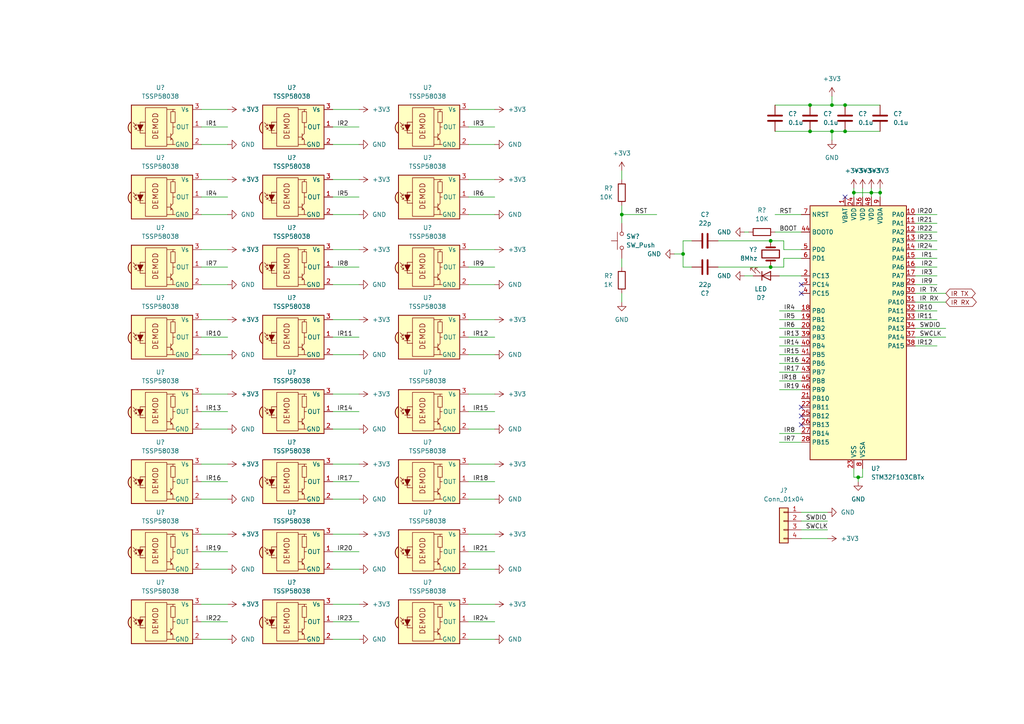
<source format=kicad_sch>
(kicad_sch (version 20230121) (generator eeschema)
  (paper "A4")
  (lib_symbols
    (symbol "Connector_Generic:Conn_01x04" (pin_names (offset 1.016) hide)
      (property "Reference" "J" (at 0 5.08 0))
      (property "Value" "Conn_01x04" (at 0 -7.62 0))
      (symbol "Conn_01x04_1_1"
        (rectangle (start -1.27 -4.953) (end 0 -5.207) (stroke (width 0.1524)))
        (rectangle (start -1.27 -2.413) (end 0 -2.667) (stroke (width 0.1524)))
        (rectangle (start -1.27 0.127) (end 0 -0.127) (stroke (width 0.1524)))
        (rectangle (start -1.27 2.667) (end 0 2.413) (stroke (width 0.1524)))
        (rectangle (start -1.27 3.81) (end 1.27 -6.35) (stroke (width 0.254)) (fill (type background)))
        (pin passive line (at -5.08 2.54 0) (length 3.81) (name "Pin_1") (number "1"))
        (pin passive line (at -5.08 0 0) (length 3.81) (name "Pin_2") (number "2"))
        (pin passive line (at -5.08 -2.54 0) (length 3.81) (name "Pin_3") (number "3"))
        (pin passive line (at -5.08 -5.08 0) (length 3.81) (name "Pin_4") (number "4"))
      )
    )
    (symbol "Device:C" (pin_numbers hide) (pin_names (offset 0.254))
      (property "Reference" "C" (at 0.635 2.54 0))
      (property "Value" "C" (at 0.635 -2.54 0))
      (symbol "C_0_1"
        (polyline (pts (xy -2.032 -0.762) (xy 2.032 -0.762)) (stroke (width 0.508)))
        (polyline (pts (xy -2.032 0.762) (xy 2.032 0.762)) (stroke (width 0.508)))
      )
      (symbol "C_1_1"
        (pin passive line (at 0 3.81 270) (length 2.794) (name "~") (number "1"))
        (pin passive line (at 0 -3.81 90) (length 2.794) (name "~") (number "2"))
      )
    )
    (symbol "Device:Crystal" (pin_numbers hide) (pin_names (offset 1.016) hide)
      (property "Reference" "Y" (at 0 3.81 0))
      (property "Value" "Crystal" (at 0 -3.81 0))
      (symbol "Crystal_0_1"
        (rectangle (start -1.143 2.54) (end 1.143 -2.54) (stroke (width 0.3048)))
        (polyline (pts (xy -2.54 0) (xy -1.905 0)))
        (polyline (pts (xy -1.905 -1.27) (xy -1.905 1.27)) (stroke (width 0.508)))
        (polyline (pts (xy 1.905 -1.27) (xy 1.905 1.27)) (stroke (width 0.508)))
        (polyline (pts (xy 2.54 0) (xy 1.905 0)))
      )
      (symbol "Crystal_1_1"
        (pin passive line (at -3.81 0 0) (length 1.27) (name "1") (number "1"))
        (pin passive line (at 3.81 0 180) (length 1.27) (name "2") (number "2"))
      )
    )
    (symbol "Device:LED" (pin_numbers hide) (pin_names (offset 1.016) hide)
      (property "Reference" "D" (at 0 2.54 0))
      (property "Value" "LED" (at 0 -2.54 0))
      (symbol "LED_0_1"
        (polyline (pts (xy -1.27 -1.27) (xy -1.27 1.27)) (stroke (width 0.254)))
        (polyline (pts (xy -1.27 0) (xy 1.27 0)))
        (polyline (pts (xy 1.27 -1.27) (xy 1.27 1.27) (xy -1.27 0) (xy 1.27 -1.27)) (stroke (width 0.254)))
        (polyline (pts (xy -3.048 -0.762) (xy -4.572 -2.286) (xy -3.81 -2.286) (xy -4.572 -2.286) (xy -4.572 -1.524)))
        (polyline (pts (xy -1.778 -0.762) (xy -3.302 -2.286) (xy -2.54 -2.286) (xy -3.302 -2.286) (xy -3.302 -1.524)))
      )
      (symbol "LED_1_1"
        (pin passive line (at -3.81 0 0) (length 2.54) (name "K") (number "1"))
        (pin passive line (at 3.81 0 180) (length 2.54) (name "A") (number "2"))
      )
    )
    (symbol "Device:R" (pin_numbers hide) (pin_names (offset 0))
      (property "Reference" "R" (at 2.032 0 90))
      (property "Value" "R" (at 0 0 90))
      (symbol "R_0_1"
        (rectangle (start -1.016 -2.54) (end 1.016 2.54) (stroke (width 0.254)))
      )
      (symbol "R_1_1"
        (pin passive line (at 0 3.81 270) (length 1.27) (name "~") (number "1"))
        (pin passive line (at 0 -3.81 90) (length 1.27) (name "~") (number "2"))
      )
    )
    (symbol "MCU_ST_STM32F1:STM32F103CBTx"
      (property "Reference" "U" (at -12.7 39.37 0))
      (property "Value" "STM32F103CBTx" (at 10.16 39.37 0))
      (symbol "STM32F103CBTx_0_1"
        (rectangle (start -12.7 -35.56) (end 15.24 38.1) (stroke (width 0.254)) (fill (type background)))
      )
      (symbol "STM32F103CBTx_1_1"
        (pin power_in line (at -2.54 40.64 270) (length 2.54) (name "VBAT") (number "1"))
        (pin bidirectional line (at 17.78 35.56 180) (length 2.54) (name "PA0") (number "10"))
        (pin bidirectional line (at 17.78 33.02 180) (length 2.54) (name "PA1") (number "11"))
        (pin bidirectional line (at 17.78 30.48 180) (length 2.54) (name "PA2") (number "12"))
        (pin bidirectional line (at 17.78 27.94 180) (length 2.54) (name "PA3") (number "13"))
        (pin bidirectional line (at 17.78 25.4 180) (length 2.54) (name "PA4") (number "14"))
        (pin bidirectional line (at 17.78 22.86 180) (length 2.54) (name "PA5") (number "15"))
        (pin bidirectional line (at 17.78 20.32 180) (length 2.54) (name "PA6") (number "16"))
        (pin bidirectional line (at 17.78 17.78 180) (length 2.54) (name "PA7") (number "17"))
        (pin bidirectional line (at -15.24 7.62 0) (length 2.54) (name "PB0") (number "18"))
        (pin bidirectional line (at -15.24 5.08 0) (length 2.54) (name "PB1") (number "19"))
        (pin bidirectional line (at -15.24 17.78 0) (length 2.54) (name "PC13") (number "2"))
        (pin bidirectional line (at -15.24 2.54 0) (length 2.54) (name "PB2") (number "20"))
        (pin bidirectional line (at -15.24 -17.78 0) (length 2.54) (name "PB10") (number "21"))
        (pin bidirectional line (at -15.24 -20.32 0) (length 2.54) (name "PB11") (number "22"))
        (pin power_in line (at 0 -38.1 90) (length 2.54) (name "VSS") (number "23"))
        (pin power_in line (at 0 40.64 270) (length 2.54) (name "VDD") (number "24"))
        (pin bidirectional line (at -15.24 -22.86 0) (length 2.54) (name "PB12") (number "25"))
        (pin bidirectional line (at -15.24 -25.4 0) (length 2.54) (name "PB13") (number "26"))
        (pin bidirectional line (at -15.24 -27.94 0) (length 2.54) (name "PB14") (number "27"))
        (pin bidirectional line (at -15.24 -30.48 0) (length 2.54) (name "PB15") (number "28"))
        (pin bidirectional line (at 17.78 15.24 180) (length 2.54) (name "PA8") (number "29"))
        (pin bidirectional line (at -15.24 15.24 0) (length 2.54) (name "PC14") (number "3"))
        (pin bidirectional line (at 17.78 12.7 180) (length 2.54) (name "PA9") (number "30"))
        (pin bidirectional line (at 17.78 10.16 180) (length 2.54) (name "PA10") (number "31"))
        (pin bidirectional line (at 17.78 7.62 180) (length 2.54) (name "PA11") (number "32"))
        (pin bidirectional line (at 17.78 5.08 180) (length 2.54) (name "PA12") (number "33"))
        (pin bidirectional line (at 17.78 2.54 180) (length 2.54) (name "PA13") (number "34"))
        (pin passive line (at 0 -38.1 90) (length 2.54) hide (name "VSS") (number "35"))
        (pin power_in line (at 2.54 40.64 270) (length 2.54) (name "VDD") (number "36"))
        (pin bidirectional line (at 17.78 0 180) (length 2.54) (name "PA14") (number "37"))
        (pin bidirectional line (at 17.78 -2.54 180) (length 2.54) (name "PA15") (number "38"))
        (pin bidirectional line (at -15.24 0 0) (length 2.54) (name "PB3") (number "39"))
        (pin bidirectional line (at -15.24 12.7 0) (length 2.54) (name "PC15") (number "4"))
        (pin bidirectional line (at -15.24 -2.54 0) (length 2.54) (name "PB4") (number "40"))
        (pin bidirectional line (at -15.24 -5.08 0) (length 2.54) (name "PB5") (number "41"))
        (pin bidirectional line (at -15.24 -7.62 0) (length 2.54) (name "PB6") (number "42"))
        (pin bidirectional line (at -15.24 -10.16 0) (length 2.54) (name "PB7") (number "43"))
        (pin input line (at -15.24 30.48 0) (length 2.54) (name "BOOT0") (number "44"))
        (pin bidirectional line (at -15.24 -12.7 0) (length 2.54) (name "PB8") (number "45"))
        (pin bidirectional line (at -15.24 -15.24 0) (length 2.54) (name "PB9") (number "46"))
        (pin passive line (at 0 -38.1 90) (length 2.54) hide (name "VSS") (number "47"))
        (pin power_in line (at 5.08 40.64 270) (length 2.54) (name "VDD") (number "48"))
        (pin bidirectional line (at -15.24 25.4 0) (length 2.54) (name "PD0") (number "5"))
        (pin bidirectional line (at -15.24 22.86 0) (length 2.54) (name "PD1") (number "6"))
        (pin input line (at -15.24 35.56 0) (length 2.54) (name "NRST") (number "7"))
        (pin power_in line (at 2.54 -38.1 90) (length 2.54) (name "VSSA") (number "8"))
        (pin power_in line (at 7.62 40.64 270) (length 2.54) (name "VDDA") (number "9"))
      )
    )
    (symbol "Sensor_Proximity:TSSP58038" (pin_names (offset 1.016))
      (property "Reference" "U" (at -10.16 7.62 0))
      (property "Value" "TSSP58038" (at -10.16 -7.62 0))
      (symbol "TSSP58038_0_0"
        (arc (start -10.287 1.397) (mid -11.0899 -0.1852) (end -10.287 -1.778) (stroke (width 0.254)) (fill (type background)))
        (polyline (pts (xy 1.905 -5.08) (xy 0.127 -5.08)))
        (polyline (pts (xy 1.905 5.08) (xy 0.127 5.08)))
        (text "DEMOD" (at -3.175 0.254 900) (effects (font (size 1.524 1.524))))
      )
      (symbol "TSSP58038_0_1"
        (rectangle (start -6.096 5.588) (end 0.127 -5.588))
        (polyline (pts (xy -8.763 0.381) (xy -9.652 1.27)))
        (polyline (pts (xy -8.763 0.381) (xy -9.271 0.381)))
        (polyline (pts (xy -8.763 0.381) (xy -8.763 0.889)))
        (polyline (pts (xy -8.636 -0.635) (xy -9.525 0.254)))
        (polyline (pts (xy -8.636 -0.635) (xy -9.144 -0.635)))
        (polyline (pts (xy -8.636 -0.635) (xy -8.636 -0.127)))
        (polyline (pts (xy -8.382 -1.016) (xy -6.731 -1.016)))
        (polyline (pts (xy 1.27 -2.921) (xy 0.127 -2.921)))
        (polyline (pts (xy 1.27 -1.905) (xy 1.27 -3.81)))
        (polyline (pts (xy 1.397 -3.556) (xy 1.524 -3.556)))
        (polyline (pts (xy 1.651 -3.556) (xy 1.524 -3.556)))
        (polyline (pts (xy 1.651 -3.556) (xy 1.651 -3.302)))
        (polyline (pts (xy 1.905 0) (xy 1.905 1.27)))
        (polyline (pts (xy 1.905 4.445) (xy 1.905 5.08) (xy 2.54 5.08)))
        (polyline (pts (xy -8.382 0.635) (xy -6.731 0.635) (xy -7.62 -1.016) (xy -8.382 0.635)) (fill (type outline)))
        (polyline (pts (xy -6.096 1.397) (xy -7.62 1.397) (xy -7.62 -1.778) (xy -6.096 -1.778)))
        (polyline (pts (xy 1.27 -3.175) (xy 1.905 -3.81) (xy 1.905 -5.08) (xy 2.54 -5.08)))
        (polyline (pts (xy 1.27 -2.54) (xy 1.905 -1.905) (xy 1.905 0) (xy 2.54 0)))
        (rectangle (start 2.54 1.27) (end 1.27 4.445))
        (rectangle (start 7.62 6.35) (end -10.16 -6.35) (stroke (width 0.254)) (fill (type background)))
      )
      (symbol "TSSP58038_1_1"
        (pin output line (at 10.16 0 180) (length 2.54) (name "OUT") (number "1"))
        (pin power_in line (at 10.16 -5.08 180) (length 2.54) (name "GND") (number "2"))
        (pin power_in line (at 10.16 5.08 180) (length 2.54) (name "Vs") (number "3"))
      )
    )
    (symbol "Switch:SW_Push" (pin_numbers hide) (pin_names (offset 1.016) hide)
      (property "Reference" "SW" (at 1.27 2.54 0))
      (property "Value" "SW_Push" (at 0 -1.524 0))
      (symbol "SW_Push_0_1"
        (circle (center -2.032 0) (radius 0.508))
        (polyline (pts (xy 0 1.27) (xy 0 3.048)))
        (polyline (pts (xy 2.54 1.27) (xy -2.54 1.27)))
        (circle (center 2.032 0) (radius 0.508))
        (pin passive line (at -5.08 0 0) (length 2.54) (name "1") (number "1"))
        (pin passive line (at 5.08 0 180) (length 2.54) (name "2") (number "2"))
      )
    )
    (symbol "power:+3V3" (power) (pin_names (offset 0))
      (property "Value" "+3V3" (at 0 3.556 0))
      (symbol "+3V3_0_1"
        (polyline (pts (xy -0.762 1.27) (xy 0 2.54)))
        (polyline (pts (xy 0 0) (xy 0 2.54)))
        (polyline (pts (xy 0 2.54) (xy 0.762 1.27)))
      )
      (symbol "+3V3_1_1"
        (pin power_in line (at 0 0 90) (length 0) hide (name "+3V3") (number "1"))
      )
    )
    (symbol "power:GND" (power) (pin_names (offset 0))
      (property "Value" "GND" (at 0 -3.81 0))
      (symbol "GND_0_1"
        (polyline (pts (xy 0 0) (xy 0 -1.27) (xy 1.27 -1.27) (xy 0 -2.54) (xy -1.27 -1.27) (xy 0 -1.27)))
      )
      (symbol "GND_1_1"
        (pin power_in line (at 0 0 270) (length 0) hide (name "GND") (number "1"))
      )
    )
  )
  (junction (at 234.95 30.48))
  (junction (at 252.73 55.88))
  (junction (at 198.12 73.66))
  (junction (at 180.34 62.23))
  (junction (at 234.95 38.1))
  (junction (at 223.52 77.47))
  (junction (at 245.11 30.48))
  (junction (at 241.3 30.48))
  (junction (at 247.65 55.88))
  (junction (at 241.3 38.1))
  (junction (at 245.11 38.1))
  (junction (at 223.52 69.85))
  (junction (at 255.27 55.88))
  (junction (at 248.92 138.43))
  (no_connect (at 232.41 120.65))
  (no_connect (at 232.41 118.11))
  (no_connect (at 232.41 85.09))
  (no_connect (at 232.41 123.19))
  (no_connect (at 245.11 57.15))
  (no_connect (at 232.41 82.55))
  (wire (pts (xy 58.42 57.15) (xy 66.04 57.15)))
  (wire (pts (xy 96.52 134.62) (xy 104.14 134.62)))
  (wire (pts (xy 135.89 144.78) (xy 143.51 144.78)))
  (wire (pts (xy 58.42 144.78) (xy 66.04 144.78)))
  (wire (pts (xy 96.52 114.3) (xy 104.14 114.3)))
  (wire (pts (xy 226.06 92.71) (xy 232.41 92.71)))
  (wire (pts (xy 226.06 102.87) (xy 232.41 102.87)))
  (wire (pts (xy 96.52 77.47) (xy 104.14 77.47)))
  (wire (pts (xy 135.89 57.15) (xy 143.51 57.15)))
  (wire (pts (xy 96.52 41.91) (xy 104.14 41.91)))
  (wire (pts (xy 234.95 30.48) (xy 241.3 30.48)))
  (wire (pts (xy 265.43 64.77) (xy 271.78 64.77)))
  (wire (pts (xy 232.41 110.49) (xy 226.06 110.49)))
  (wire (pts (xy 96.52 36.83) (xy 104.14 36.83)))
  (wire (pts (xy 58.42 41.91) (xy 66.04 41.91)))
  (wire (pts (xy 96.52 119.38) (xy 104.14 119.38)))
  (wire (pts (xy 208.28 69.85) (xy 223.52 69.85)))
  (wire (pts (xy 241.3 30.48) (xy 245.11 30.48)))
  (wire (pts (xy 248.92 138.43) (xy 248.92 139.7)))
  (wire (pts (xy 227.33 69.85) (xy 227.33 72.39)))
  (wire (pts (xy 96.52 97.79) (xy 104.14 97.79)))
  (wire (pts (xy 180.34 62.23) (xy 180.34 64.77)))
  (wire (pts (xy 96.52 52.07) (xy 104.14 52.07)))
  (wire (pts (xy 226.06 95.25) (xy 232.41 95.25)))
  (wire (pts (xy 247.65 55.88) (xy 252.73 55.88)))
  (wire (pts (xy 265.43 87.63) (xy 274.32 87.63)))
  (wire (pts (xy 208.28 77.47) (xy 223.52 77.47)))
  (wire (pts (xy 58.42 185.42) (xy 66.04 185.42)))
  (wire (pts (xy 135.89 165.1) (xy 143.51 165.1)))
  (wire (pts (xy 248.92 138.43) (xy 250.19 138.43)))
  (wire (pts (xy 96.52 139.7) (xy 104.14 139.7)))
  (wire (pts (xy 135.89 154.94) (xy 143.51 154.94)))
  (wire (pts (xy 226.06 105.41) (xy 232.41 105.41)))
  (wire (pts (xy 135.89 72.39) (xy 143.51 72.39)))
  (wire (pts (xy 217.17 67.31) (xy 215.9 67.31)))
  (wire (pts (xy 58.42 102.87) (xy 66.04 102.87)))
  (wire (pts (xy 135.89 119.38) (xy 143.51 119.38)))
  (wire (pts (xy 58.42 119.38) (xy 66.04 119.38)))
  (wire (pts (xy 135.89 180.34) (xy 143.51 180.34)))
  (wire (pts (xy 58.42 92.71) (xy 66.04 92.71)))
  (wire (pts (xy 58.42 62.23) (xy 66.04 62.23)))
  (wire (pts (xy 135.89 102.87) (xy 143.51 102.87)))
  (wire (pts (xy 250.19 138.43) (xy 250.19 135.89)))
  (wire (pts (xy 58.42 114.3) (xy 66.04 114.3)))
  (wire (pts (xy 271.78 80.01) (xy 265.43 80.01)))
  (wire (pts (xy 226.06 100.33) (xy 232.41 100.33)))
  (wire (pts (xy 195.58 73.66) (xy 198.12 73.66)))
  (wire (pts (xy 135.89 92.71) (xy 143.51 92.71)))
  (wire (pts (xy 271.78 74.93) (xy 265.43 74.93)))
  (wire (pts (xy 135.89 185.42) (xy 143.51 185.42)))
  (wire (pts (xy 135.89 139.7) (xy 143.51 139.7)))
  (wire (pts (xy 241.3 38.1) (xy 241.3 40.64)))
  (wire (pts (xy 271.78 69.85) (xy 265.43 69.85)))
  (wire (pts (xy 226.06 128.27) (xy 232.41 128.27)))
  (wire (pts (xy 96.52 62.23) (xy 104.14 62.23)))
  (wire (pts (xy 223.52 77.47) (xy 227.33 77.47)))
  (wire (pts (xy 58.42 139.7) (xy 66.04 139.7)))
  (wire (pts (xy 227.33 77.47) (xy 227.33 74.93)))
  (wire (pts (xy 96.52 82.55) (xy 104.14 82.55)))
  (wire (pts (xy 252.73 55.88) (xy 255.27 55.88)))
  (wire (pts (xy 135.89 36.83) (xy 143.51 36.83)))
  (wire (pts (xy 247.65 135.89) (xy 247.65 138.43)))
  (wire (pts (xy 96.52 185.42) (xy 104.14 185.42)))
  (wire (pts (xy 255.27 55.88) (xy 255.27 57.15)))
  (wire (pts (xy 58.42 72.39) (xy 66.04 72.39)))
  (wire (pts (xy 271.78 62.23) (xy 265.43 62.23)))
  (wire (pts (xy 232.41 148.59) (xy 240.03 148.59)))
  (wire (pts (xy 265.43 95.25) (xy 274.32 95.25)))
  (wire (pts (xy 215.9 80.01) (xy 218.44 80.01)))
  (wire (pts (xy 226.06 97.79) (xy 232.41 97.79)))
  (wire (pts (xy 252.73 54.61) (xy 252.73 55.88)))
  (wire (pts (xy 224.79 38.1) (xy 234.95 38.1)))
  (wire (pts (xy 247.65 55.88) (xy 247.65 57.15)))
  (wire (pts (xy 227.33 74.93) (xy 232.41 74.93)))
  (wire (pts (xy 135.89 134.62) (xy 143.51 134.62)))
  (wire (pts (xy 58.42 134.62) (xy 66.04 134.62)))
  (wire (pts (xy 200.66 69.85) (xy 198.12 69.85)))
  (wire (pts (xy 271.78 92.71) (xy 265.43 92.71)))
  (wire (pts (xy 224.79 62.23) (xy 232.41 62.23)))
  (wire (pts (xy 255.27 54.61) (xy 255.27 55.88)))
  (wire (pts (xy 198.12 77.47) (xy 200.66 77.47)))
  (wire (pts (xy 180.34 62.23) (xy 190.5 62.23)))
  (wire (pts (xy 245.11 30.48) (xy 255.27 30.48)))
  (wire (pts (xy 135.89 175.26) (xy 143.51 175.26)))
  (wire (pts (xy 135.89 41.91) (xy 143.51 41.91)))
  (wire (pts (xy 271.78 90.17) (xy 265.43 90.17)))
  (wire (pts (xy 135.89 124.46) (xy 143.51 124.46)))
  (wire (pts (xy 96.52 57.15) (xy 104.14 57.15)))
  (wire (pts (xy 241.3 27.94) (xy 241.3 30.48)))
  (wire (pts (xy 223.52 69.85) (xy 227.33 69.85)))
  (wire (pts (xy 58.42 165.1) (xy 66.04 165.1)))
  (wire (pts (xy 271.78 67.31) (xy 265.43 67.31)))
  (wire (pts (xy 180.34 85.09) (xy 180.34 87.63)))
  (wire (pts (xy 232.41 151.13) (xy 240.03 151.13)))
  (wire (pts (xy 135.89 62.23) (xy 143.51 62.23)))
  (wire (pts (xy 135.89 82.55) (xy 143.51 82.55)))
  (wire (pts (xy 198.12 69.85) (xy 198.12 73.66)))
  (wire (pts (xy 58.42 124.46) (xy 66.04 124.46)))
  (wire (pts (xy 241.3 38.1) (xy 245.11 38.1)))
  (wire (pts (xy 96.52 124.46) (xy 104.14 124.46)))
  (wire (pts (xy 265.43 85.09) (xy 274.32 85.09)))
  (wire (pts (xy 227.33 72.39) (xy 232.41 72.39)))
  (wire (pts (xy 252.73 55.88) (xy 252.73 57.15)))
  (wire (pts (xy 96.52 165.1) (xy 104.14 165.1)))
  (wire (pts (xy 96.52 102.87) (xy 104.14 102.87)))
  (wire (pts (xy 135.89 160.02) (xy 143.51 160.02)))
  (wire (pts (xy 245.11 38.1) (xy 255.27 38.1)))
  (wire (pts (xy 96.52 92.71) (xy 104.14 92.71)))
  (wire (pts (xy 58.42 160.02) (xy 66.04 160.02)))
  (wire (pts (xy 232.41 156.21) (xy 240.03 156.21)))
  (wire (pts (xy 180.34 49.53) (xy 180.34 52.07)))
  (wire (pts (xy 58.42 36.83) (xy 66.04 36.83)))
  (wire (pts (xy 135.89 97.79) (xy 143.51 97.79)))
  (wire (pts (xy 58.42 97.79) (xy 66.04 97.79)))
  (wire (pts (xy 180.34 77.47) (xy 180.34 74.93)))
  (wire (pts (xy 58.42 175.26) (xy 66.04 175.26)))
  (wire (pts (xy 271.78 77.47) (xy 265.43 77.47)))
  (wire (pts (xy 58.42 52.07) (xy 66.04 52.07)))
  (wire (pts (xy 58.42 82.55) (xy 66.04 82.55)))
  (wire (pts (xy 96.52 180.34) (xy 104.14 180.34)))
  (wire (pts (xy 58.42 180.34) (xy 66.04 180.34)))
  (wire (pts (xy 271.78 100.33) (xy 265.43 100.33)))
  (wire (pts (xy 226.06 125.73) (xy 232.41 125.73)))
  (wire (pts (xy 226.06 80.01) (xy 232.41 80.01)))
  (wire (pts (xy 96.52 31.75) (xy 104.14 31.75)))
  (wire (pts (xy 96.52 72.39) (xy 104.14 72.39)))
  (wire (pts (xy 198.12 73.66) (xy 198.12 77.47)))
  (wire (pts (xy 224.79 67.31) (xy 232.41 67.31)))
  (wire (pts (xy 226.06 90.17) (xy 232.41 90.17)))
  (wire (pts (xy 58.42 31.75) (xy 66.04 31.75)))
  (wire (pts (xy 232.41 153.67) (xy 240.03 153.67)))
  (wire (pts (xy 135.89 31.75) (xy 143.51 31.75)))
  (wire (pts (xy 271.78 82.55) (xy 265.43 82.55)))
  (wire (pts (xy 58.42 154.94) (xy 66.04 154.94)))
  (wire (pts (xy 265.43 97.79) (xy 274.32 97.79)))
  (wire (pts (xy 247.65 138.43) (xy 248.92 138.43)))
  (wire (pts (xy 226.06 113.03) (xy 232.41 113.03)))
  (wire (pts (xy 135.89 52.07) (xy 143.51 52.07)))
  (wire (pts (xy 247.65 54.61) (xy 247.65 55.88)))
  (wire (pts (xy 271.78 72.39) (xy 265.43 72.39)))
  (wire (pts (xy 250.19 54.61) (xy 250.19 57.15)))
  (wire (pts (xy 135.89 114.3) (xy 143.51 114.3)))
  (wire (pts (xy 224.79 30.48) (xy 234.95 30.48)))
  (wire (pts (xy 135.89 77.47) (xy 143.51 77.47)))
  (wire (pts (xy 96.52 144.78) (xy 104.14 144.78)))
  (wire (pts (xy 96.52 160.02) (xy 104.14 160.02)))
  (wire (pts (xy 58.42 77.47) (xy 66.04 77.47)))
  (wire (pts (xy 180.34 59.69) (xy 180.34 62.23)))
  (wire (pts (xy 96.52 175.26) (xy 104.14 175.26)))
  (wire (pts (xy 234.95 38.1) (xy 241.3 38.1)))
  (wire (pts (xy 96.52 154.94) (xy 104.14 154.94)))
  (wire (pts (xy 226.06 107.95) (xy 232.41 107.95)))
  (label "IR10" (at 270.51 90.17 180))
  (label "SWDIO" (at 233.68 151.13 0))
  (label "IR15" (at 227.33 102.87 0))
  (label "IR4" (at 59.69 57.15 0))
  (label "BOOT" (at 226.06 67.31 0))
  (label "IR8" (at 227.33 125.73 0))
  (label "IR17" (at 97.79 139.7 0))
  (label "IR5" (at 227.33 92.71 0))
  (label "IR24" (at 270.51 72.39 180))
  (label "IR8" (at 97.79 77.47 0))
  (label "IR RX" (at 266.7 87.63 0))
  (label "IR10" (at 59.69 97.79 0))
  (label "IR3" (at 137.16 36.83 0))
  (label "IR9" (at 270.51 82.55 180))
  (label "RST" (at 226.06 62.23 0))
  (label "IR18" (at 231.14 110.49 180))
  (label "IR6" (at 137.16 57.15 0))
  (label "IR20" (at 97.79 160.02 0))
  (label "IR20" (at 270.51 62.23 180))
  (label "IR17" (at 227.33 107.95 0))
  (label "IR6" (at 227.33 95.25 0))
  (label "IR15" (at 137.16 119.38 0))
  (label "IR24" (at 137.16 180.34 0))
  (label "IR2" (at 97.79 36.83 0))
  (label "IR18" (at 137.16 139.7 0))
  (label "IR21" (at 270.51 64.77 180))
  (label "IR23" (at 270.51 69.85 180))
  (label "SWCLK" (at 233.68 153.67 0))
  (label "IR3" (at 270.51 80.01 180))
  (label "SWCLK" (at 266.7 97.79 0))
  (label "SWDIO" (at 266.7 95.25 0))
  (label "IR13" (at 59.69 119.38 0))
  (label "IR19" (at 227.33 113.03 0))
  (label "IR11" (at 97.79 97.79 0))
  (label "IR9" (at 137.16 77.47 0))
  (label "IR2" (at 270.51 77.47 180))
  (label "RST" (at 184.15 62.23 0))
  (label "IR14" (at 97.79 119.38 0))
  (label "IR7" (at 59.69 77.47 0))
  (label "IR19" (at 59.69 160.02 0))
  (label "IR1" (at 59.69 36.83 0))
  (label "IR21" (at 137.16 160.02 0))
  (label "IR TX" (at 266.7 85.09 0))
  (label "IR5" (at 97.79 57.15 0))
  (label "IR16" (at 227.33 105.41 0))
  (label "IR12" (at 270.51 100.33 180))
  (label "IR4" (at 227.33 90.17 0))
  (label "IR14" (at 227.33 100.33 0))
  (label "IR23" (at 97.79 180.34 0))
  (label "IR22" (at 59.69 180.34 0))
  (label "IR12" (at 137.16 97.79 0))
  (label "IR13" (at 227.33 97.79 0))
  (label "IR11" (at 270.51 92.71 180))
  (label "IR1" (at 270.51 74.93 180))
  (label "IR16" (at 59.69 139.7 0))
  (label "IR7" (at 227.33 128.27 0))
  (label "IR22" (at 270.51 67.31 180))
  (global_label "IR TX" (shape bidirectional) (at 274.32 85.09 0) (property "Intersheetrefs" "${INTERSHEET_REFS}" (effects hide)))
  (global_label "IR RX" (shape bidirectional) (at 274.32 87.63 0) (property "Intersheetrefs" "${INTERSHEET_REFS}" (effects hide)))
  (symbol (lib_id "Device:C") (at 204.47 69.85 270) (unit 1)
    (property "Reference" "C?" (at 204.47 62.23 90))
    (property "Value" "22p" (at 204.47 64.77 90))
    (property "Footprint" "footprints:cap0603" (effects hide))
    (instances (project "temp" (path "" (reference "C?") (unit 1))) (project "2024l3" (path "" (reference "C5") (unit 1))))
  )
  (symbol (lib_id "power:GND") (at 104.14 185.42 90) (unit 1)
    (property "Reference" "#PWR?" (effects hide))
    (property "Value" "GND" (at 107.95 185.42 90) (effects (justify right)))
    (instances (project "temp" (path "" (reference "#PWR?") (unit 1))) (project "2024l3" (path "" (reference "#PWR0145") (unit 1))))
  )
  (symbol (lib_id "Sensor_Proximity:TSSP58038") (at 48.26 77.47 0) (unit 1)
    (property "Reference" "U?" (at 46.525 66.04 0))
    (property "Value" "TSSP58038" (at 46.525 68.58 0))
    (property "Footprint" "footprints:Vishay_MINICAST-3P" (effects hide))
    (property "Datasheet" "http://www.vishay.com/docs/82476/tssp58p38.pdf" (effects hide))
    (instances (project "temp" (path "" (reference "U?") (unit 1))) (project "2024l3" (path "" (reference "U10") (unit 1))))
  )
  (symbol (lib_id "Sensor_Proximity:TSSP58038") (at 86.36 180.34 0) (unit 1)
    (property "Reference" "U?" (at 84.625 168.91 0))
    (property "Value" "TSSP58038" (at 84.625 171.45 0))
    (property "Footprint" "footprints:Vishay_MINICAST-3P" (effects hide))
    (property "Datasheet" "http://www.vishay.com/docs/82476/tssp58p38.pdf" (effects hide))
    (instances (project "temp" (path "" (reference "U?") (unit 1))) (project "2024l3" (path "" (reference "U26") (unit 1))))
  )
  (symbol (lib_id "Sensor_Proximity:TSSP58038") (at 86.36 119.38 0) (unit 1)
    (property "Reference" "U?" (at 84.625 107.95 0))
    (property "Value" "TSSP58038" (at 84.625 110.49 0))
    (property "Footprint" "footprints:Vishay_MINICAST-3P" (effects hide))
    (property "Datasheet" "http://www.vishay.com/docs/82476/tssp58p38.pdf" (effects hide))
    (instances (project "temp" (path "" (reference "U?") (unit 1))) (project "2024l3" (path "" (reference "U17") (unit 1))))
  )
  (symbol (lib_id "Sensor_Proximity:TSSP58038") (at 86.36 36.83 0) (unit 1)
    (property "Reference" "U?" (at 84.625 25.4 0))
    (property "Value" "TSSP58038" (at 84.625 27.94 0))
    (property "Footprint" "footprints:Vishay_MINICAST-3P" (effects hide))
    (property "Datasheet" "http://www.vishay.com/docs/82476/tssp58p38.pdf" (effects hide))
    (instances (project "temp" (path "" (reference "U?") (unit 1))) (project "2024l3" (path "" (reference "U5") (unit 1))))
  )
  (symbol (lib_id "power:GND") (at 104.14 144.78 90) (unit 1)
    (property "Reference" "#PWR?" (effects hide))
    (property "Value" "GND" (at 107.95 144.78 90) (effects (justify right)))
    (instances (project "temp" (path "" (reference "#PWR?") (unit 1))) (project "2024l3" (path "" (reference "#PWR0150") (unit 1))))
  )
  (symbol (lib_id "Sensor_Proximity:TSSP58038") (at 125.73 77.47 0) (unit 1)
    (property "Reference" "U?" (at 123.995 66.04 0))
    (property "Value" "TSSP58038" (at 123.995 68.58 0))
    (property "Footprint" "footprints:Vishay_MINICAST-3P" (effects hide))
    (property "Datasheet" "http://www.vishay.com/docs/82476/tssp58p38.pdf" (effects hide))
    (instances (project "temp" (path "" (reference "U?") (unit 1))) (project "2024l3" (path "" (reference "U12") (unit 1))))
  )
  (symbol (lib_id "Sensor_Proximity:TSSP58038") (at 48.26 160.02 0) (unit 1)
    (property "Reference" "U?" (at 46.525 148.59 0))
    (property "Value" "TSSP58038" (at 46.525 151.13 0))
    (property "Footprint" "footprints:Vishay_MINICAST-3P" (effects hide))
    (property "Datasheet" "http://www.vishay.com/docs/82476/tssp58p38.pdf" (effects hide))
    (instances (project "temp" (path "" (reference "U?") (unit 1))) (project "2024l3" (path "" (reference "U22") (unit 1))))
  )
  (symbol (lib_id "Device:R") (at 180.34 81.28 0) (mirror y) (unit 1)
    (property "Reference" "R?" (at 177.8 80.01 0) (effects (justify left)))
    (property "Value" "1K" (at 177.8 82.55 0) (effects (justify left)))
    (property "Footprint" "footprints:res0603" (effects hide))
    (instances (project "temp" (path "" (reference "R?") (unit 1))) (project "2024l3" (path "" (reference "R5") (unit 1))))
  )
  (symbol (lib_id "power:+3V3") (at 104.14 114.3 270) (unit 1)
    (property "Reference" "#PWR0156" (effects hide))
    (property "Value" "+3V3" (at 107.95 114.3 90) (effects (justify left)))
  )
  (symbol (lib_id "power:GND") (at 143.51 82.55 90) (unit 1)
    (property "Reference" "#PWR?" (effects hide))
    (property "Value" "GND" (at 147.32 82.55 90) (effects (justify right)))
    (instances (project "temp" (path "" (reference "#PWR?") (unit 1))) (project "2024l3" (path "" (reference "#PWR0124") (unit 1))))
  )
  (symbol (lib_id "Sensor_Proximity:TSSP58038") (at 86.36 160.02 0) (unit 1)
    (property "Reference" "U?" (at 84.625 148.59 0))
    (property "Value" "TSSP58038" (at 84.625 151.13 0))
    (property "Footprint" "footprints:Vishay_MINICAST-3P" (effects hide))
    (property "Datasheet" "http://www.vishay.com/docs/82476/tssp58p38.pdf" (effects hide))
    (instances (project "temp" (path "" (reference "U?") (unit 1))) (project "2024l3" (path "" (reference "U23") (unit 1))))
  )
  (symbol (lib_id "Sensor_Proximity:TSSP58038") (at 125.73 160.02 0) (unit 1)
    (property "Reference" "U?" (at 123.995 148.59 0))
    (property "Value" "TSSP58038" (at 123.995 151.13 0))
    (property "Footprint" "footprints:Vishay_MINICAST-3P" (effects hide))
    (property "Datasheet" "http://www.vishay.com/docs/82476/tssp58p38.pdf" (effects hide))
    (instances (project "temp" (path "" (reference "U?") (unit 1))) (project "2024l3" (path "" (reference "U24") (unit 1))))
  )
  (symbol (lib_id "power:+3V3") (at 252.73 54.61 0) (unit 1)
    (property "Reference" "#PWR?" (effects hide))
    (property "Value" "+3V3" (at 252.73 49.53 0))
    (instances (project "temp" (path "" (reference "#PWR?") (unit 1))) (project "2024l3" (path "" (reference "#PWR0178") (unit 1))))
  )
  (symbol (lib_id "power:GND") (at 143.51 144.78 90) (unit 1)
    (property "Reference" "#PWR?" (effects hide))
    (property "Value" "GND" (at 147.32 144.78 90) (effects (justify right)))
    (instances (project "temp" (path "" (reference "#PWR?") (unit 1))) (project "2024l3" (path "" (reference "#PWR0148") (unit 1))))
  )
  (symbol (lib_id "power:GND") (at 104.14 41.91 90) (unit 1)
    (property "Reference" "#PWR?" (effects hide))
    (property "Value" "GND" (at 107.95 41.91 90) (effects (justify right)))
    (instances (project "temp" (path "" (reference "#PWR?") (unit 1))) (project "2024l3" (path "" (reference "#PWR0125") (unit 1))))
  )
  (symbol (lib_id "Device:C") (at 204.47 77.47 270) (mirror x) (unit 1)
    (property "Reference" "C?" (at 204.47 85.09 90))
    (property "Value" "22p" (at 204.47 82.55 90))
    (property "Footprint" "footprints:cap0603" (effects hide))
    (instances (project "temp" (path "" (reference "C?") (unit 1))) (project "2024l3" (path "" (reference "C6") (unit 1))))
  )
  (symbol (lib_id "power:+3V3") (at 143.51 52.07 270) (unit 1)
    (property "Reference" "#PWR0130" (effects hide))
    (property "Value" "+3V3" (at 147.32 52.07 90) (effects (justify left)))
  )
  (symbol (lib_id "Device:C") (at 234.95 34.29 0) (unit 1)
    (property "Reference" "C?" (at 238.76 33.02 0) (effects (justify left)))
    (property "Value" "0.1u" (at 238.76 35.56 0) (effects (justify left)))
    (property "Footprint" "footprints:cap0603" (effects hide))
    (instances (project "temp" (path "" (reference "C?") (unit 1))) (project "2024l3" (path "" (reference "C2") (unit 1))))
  )
  (symbol (lib_id "Sensor_Proximity:TSSP58038") (at 48.26 57.15 0) (unit 1)
    (property "Reference" "U?" (at 46.525 45.72 0))
    (property "Value" "TSSP58038" (at 46.525 48.26 0))
    (property "Footprint" "footprints:Vishay_MINICAST-3P" (effects hide))
    (property "Datasheet" "http://www.vishay.com/docs/82476/tssp58p38.pdf" (effects hide))
    (instances (project "temp" (path "" (reference "U?") (unit 1))) (project "2024l3" (path "" (reference "U7") (unit 1))))
  )
  (symbol (lib_id "power:GND") (at 143.51 62.23 90) (unit 1)
    (property "Reference" "#PWR?" (effects hide))
    (property "Value" "GND" (at 147.32 62.23 90) (effects (justify right)))
    (instances (project "temp" (path "" (reference "#PWR?") (unit 1))) (project "2024l3" (path "" (reference "#PWR0121") (unit 1))))
  )
  (symbol (lib_id "power:GND") (at 195.58 73.66 270) (unit 1)
    (property "Reference" "#PWR?" (effects hide))
    (property "Value" "GND" (at 191.77 73.66 90) (effects (justify right)))
    (instances (project "temp" (path "" (reference "#PWR?") (unit 1))) (project "2024l3" (path "" (reference "#PWR0168") (unit 1))))
  )
  (symbol (lib_id "power:+3V3") (at 104.14 154.94 270) (unit 1)
    (property "Reference" "#PWR0146" (effects hide))
    (property "Value" "+3V3" (at 107.95 154.94 90) (effects (justify left)))
  )
  (symbol (lib_id "power:+3V3") (at 143.51 114.3 270) (unit 1)
    (property "Reference" "#PWR0153" (effects hide))
    (property "Value" "+3V3" (at 147.32 114.3 90) (effects (justify left)))
  )
  (symbol (lib_id "power:+3V3") (at 66.04 134.62 270) (unit 1)
    (property "Reference" "#PWR0139" (effects hide))
    (property "Value" "+3V3" (at 69.85 134.62 90) (effects (justify left)))
  )
  (symbol (lib_id "Sensor_Proximity:TSSP58038") (at 86.36 139.7 0) (unit 1)
    (property "Reference" "U?" (at 84.625 128.27 0))
    (property "Value" "TSSP58038" (at 84.625 130.81 0))
    (property "Footprint" "footprints:Vishay_MINICAST-3P" (effects hide))
    (property "Datasheet" "http://www.vishay.com/docs/82476/tssp58p38.pdf" (effects hide))
    (instances (project "temp" (path "" (reference "U?") (unit 1))) (project "2024l3" (path "" (reference "U20") (unit 1))))
  )
  (symbol (lib_id "power:+3V3") (at 66.04 175.26 270) (unit 1)
    (property "Reference" "#PWR0133" (effects hide))
    (property "Value" "+3V3" (at 69.85 175.26 90) (effects (justify left)))
  )
  (symbol (lib_id "power:GND") (at 66.04 62.23 90) (unit 1)
    (property "Reference" "#PWR?" (effects hide))
    (property "Value" "GND" (at 69.85 62.23 90) (effects (justify right)))
    (instances (project "temp" (path "" (reference "#PWR?") (unit 1))) (project "2024l3" (path "" (reference "#PWR0162") (unit 1))))
  )
  (symbol (lib_id "power:GND") (at 104.14 102.87 90) (unit 1)
    (property "Reference" "#PWR?" (effects hide))
    (property "Value" "GND" (at 107.95 102.87 90) (effects (justify right)))
    (instances (project "temp" (path "" (reference "#PWR?") (unit 1))) (project "2024l3" (path "" (reference "#PWR0157") (unit 1))))
  )
  (symbol (lib_id "power:+3V3") (at 241.3 27.94 0) (unit 1)
    (property "Reference" "#PWR?" (effects hide))
    (property "Value" "+3V3" (at 241.3 22.86 0))
    (instances (project "temp" (path "" (reference "#PWR?") (unit 1))) (project "2024l3" (path "" (reference "#PWR0180") (unit 1))))
  )
  (symbol (lib_id "Sensor_Proximity:TSSP58038") (at 48.26 180.34 0) (unit 1)
    (property "Reference" "U?" (at 46.525 168.91 0))
    (property "Value" "TSSP58038" (at 46.525 171.45 0))
    (property "Footprint" "footprints:Vishay_MINICAST-3P" (effects hide))
    (property "Datasheet" "http://www.vishay.com/docs/82476/tssp58p38.pdf" (effects hide))
    (instances (project "temp" (path "" (reference "U?") (unit 1))) (project "2024l3" (path "" (reference "U25") (unit 1))))
  )
  (symbol (lib_id "power:+3V3") (at 66.04 31.75 270) (unit 1)
    (property "Reference" "#PWR0160" (effects hide))
    (property "Value" "+3V3" (at 69.85 31.75 90) (effects (justify left)))
  )
  (symbol (lib_id "power:+3V3") (at 66.04 154.94 270) (unit 1)
    (property "Reference" "#PWR0135" (effects hide))
    (property "Value" "+3V3" (at 69.85 154.94 90) (effects (justify left)))
  )
  (symbol (lib_id "Sensor_Proximity:TSSP58038") (at 48.26 119.38 0) (unit 1)
    (property "Reference" "U?" (at 46.525 107.95 0))
    (property "Value" "TSSP58038" (at 46.525 110.49 0))
    (property "Footprint" "footprints:Vishay_MINICAST-3P" (effects hide))
    (property "Datasheet" "http://www.vishay.com/docs/82476/tssp58p38.pdf" (effects hide))
    (instances (project "temp" (path "" (reference "U?") (unit 1))) (project "2024l3" (path "" (reference "U16") (unit 1))))
  )
  (symbol (lib_id "MCU_ST_STM32F1:STM32F103CBTx") (at 247.65 97.79 0) (unit 1)
    (property "Reference" "U?" (at 252.6365 135.89 0) (effects (justify left)))
    (property "Value" "STM32F103CBTx" (at 252.6365 138.43 0) (effects (justify left)))
    (property "Footprint" "Package_QFP:LQFP-48_7x7mm_P0.5mm" (effects hide))
    (property "Datasheet" "https://www.st.com/resource/en/datasheet/stm32f103cb.pdf" (effects hide))
    (instances (project "temp" (path "" (reference "U?") (unit 1))) (project "2024l3" (path "" (reference "IC1") (unit 1))))
  )
  (symbol (lib_id "Sensor_Proximity:TSSP58038") (at 125.73 180.34 0) (unit 1)
    (property "Reference" "U?" (at 123.995 168.91 0))
    (property "Value" "TSSP58038" (at 123.995 171.45 0))
    (property "Footprint" "footprints:Vishay_MINICAST-3P" (effects hide))
    (property "Datasheet" "http://www.vishay.com/docs/82476/tssp58p38.pdf" (effects hide))
    (instances (project "temp" (path "" (reference "U?") (unit 1))) (project "2024l3" (path "" (reference "U27") (unit 1))))
  )
  (symbol (lib_id "power:GND") (at 143.51 102.87 90) (unit 1)
    (property "Reference" "#PWR?" (effects hide))
    (property "Value" "GND" (at 147.32 102.87 90) (effects (justify right)))
    (instances (project "temp" (path "" (reference "#PWR?") (unit 1))) (project "2024l3" (path "" (reference "#PWR0158") (unit 1))))
  )
  (symbol (lib_id "Sensor_Proximity:TSSP58038") (at 125.73 36.83 0) (unit 1)
    (property "Reference" "U?" (at 123.995 25.4 0))
    (property "Value" "TSSP58038" (at 123.995 27.94 0))
    (property "Footprint" "footprints:Vishay_MINICAST-3P" (effects hide))
    (property "Datasheet" "http://www.vishay.com/docs/82476/tssp58p38.pdf" (effects hide))
    (instances (project "temp" (path "" (reference "U?") (unit 1))) (project "2024l3" (path "" (reference "U6") (unit 1))))
  )
  (symbol (lib_id "power:+3V3") (at 104.14 52.07 270) (unit 1)
    (property "Reference" "#PWR0126" (effects hide))
    (property "Value" "+3V3" (at 107.95 52.07 90) (effects (justify left)))
  )
  (symbol (lib_id "Sensor_Proximity:TSSP58038") (at 48.26 36.83 0) (unit 1)
    (property "Reference" "U?" (at 46.525 25.4 0))
    (property "Value" "TSSP58038" (at 46.525 27.94 0))
    (property "Footprint" "footprints:Vishay_MINICAST-3P" (effects hide))
    (property "Datasheet" "http://www.vishay.com/docs/82476/tssp58p38.pdf" (effects hide))
    (instances (project "temp" (path "" (reference "U?") (unit 1))) (project "2024l3" (path "" (reference "U4") (unit 1))))
  )
  (symbol (lib_id "power:GND") (at 240.03 148.59 90) (mirror x) (unit 1)
    (property "Reference" "#PWR?" (effects hide))
    (property "Value" "GND" (at 243.84 148.59 90) (effects (justify right)))
    (instances (project "temp" (path "" (reference "#PWR?") (unit 1))) (project "2024l3" (path "" (reference "#PWR010") (unit 1))))
  )
  (symbol (lib_id "power:GND") (at 143.51 124.46 90) (unit 1)
    (property "Reference" "#PWR?" (effects hide))
    (property "Value" "GND" (at 147.32 124.46 90) (effects (justify right)))
    (instances (project "temp" (path "" (reference "#PWR?") (unit 1))) (project "2024l3" (path "" (reference "#PWR0154") (unit 1))))
  )
  (symbol (lib_id "Device:LED") (at 222.25 80.01 0) (mirror x) (unit 1)
    (property "Reference" "D?" (at 220.6625 86.36 0))
    (property "Value" "LED" (at 220.6625 83.82 0))
    (property "Footprint" "footprints:led0603" (effects hide))
    (instances (project "temp" (path "" (reference "D?") (unit 1))) (project "2024l3" (path "" (reference "D2") (unit 1))))
  )
  (symbol (lib_id "power:+3V3") (at 66.04 92.71 270) (unit 1)
    (property "Reference" "#PWR0165" (effects hide))
    (property "Value" "+3V3" (at 69.85 92.71 90) (effects (justify left)))
  )
  (symbol (lib_id "Connector_Generic:Conn_01x04") (at 227.33 151.13 0) (mirror y) (unit 1)
    (property "Reference" "J?" (at 227.33 142.24 0))
    (property "Value" "Conn_01x04" (at 227.33 144.78 0))
    (property "Footprint" "Connector_JST:JST_SH_SM04B-SRSS-TB_1x04-1MP_P1.00mm_Horizontal" (effects hide))
    (instances (project "temp" (path "" (reference "J?") (unit 1))) (project "2024l3" (path "" (reference "J3") (unit 1))))
  )
  (symbol (lib_id "Device:C") (at 245.11 34.29 0) (unit 1)
    (property "Reference" "C?" (at 248.92 33.02 0) (effects (justify left)))
    (property "Value" "0.1u" (at 248.92 35.56 0) (effects (justify left)))
    (property "Footprint" "footprints:cap0603" (effects hide))
    (instances (project "temp" (path "" (reference "C?") (unit 1))) (project "2024l3" (path "" (reference "C3") (unit 1))))
  )
  (symbol (lib_id "power:GND") (at 66.04 165.1 90) (unit 1)
    (property "Reference" "#PWR?" (effects hide))
    (property "Value" "GND" (at 69.85 165.1 90) (effects (justify right)))
    (instances (project "temp" (path "" (reference "#PWR?") (unit 1))) (project "2024l3" (path "" (reference "#PWR0136") (unit 1))))
  )
  (symbol (lib_id "power:GND") (at 215.9 67.31 270) (unit 1)
    (property "Reference" "#PWR?" (effects hide))
    (property "Value" "GND" (at 212.09 67.31 90) (effects (justify right)))
    (instances (project "temp" (path "" (reference "#PWR?") (unit 1))) (project "2024l3" (path "" (reference "#PWR0169") (unit 1))))
  )
  (symbol (lib_id "power:+3V3") (at 104.14 31.75 270) (unit 1)
    (property "Reference" "#PWR0119" (effects hide))
    (property "Value" "+3V3" (at 107.95 31.75 90) (effects (justify left)))
  )
  (symbol (lib_id "power:+3V3") (at 240.03 156.21 270) (mirror x) (unit 1)
    (property "Reference" "#PWR?" (effects hide))
    (property "Value" "+3V3" (at 243.84 156.21 90) (effects (justify left)))
    (instances (project "temp" (path "" (reference "#PWR?") (unit 1))) (project "2024l3" (path "" (reference "#PWR07") (unit 1))))
  )
  (symbol (lib_id "power:+3V3") (at 143.51 154.94 270) (unit 1)
    (property "Reference" "#PWR0149" (effects hide))
    (property "Value" "+3V3" (at 147.32 154.94 90) (effects (justify left)))
  )
  (symbol (lib_id "Sensor_Proximity:TSSP58038") (at 86.36 77.47 0) (unit 1)
    (property "Reference" "U?" (at 84.625 66.04 0))
    (property "Value" "TSSP58038" (at 84.625 68.58 0))
    (property "Footprint" "footprints:Vishay_MINICAST-3P" (effects hide))
    (property "Datasheet" "http://www.vishay.com/docs/82476/tssp58p38.pdf" (effects hide))
    (instances (project "temp" (path "" (reference "U?") (unit 1))) (project "2024l3" (path "" (reference "U11") (unit 1))))
  )
  (symbol (lib_id "Device:R") (at 180.34 55.88 0) (mirror y) (unit 1)
    (property "Reference" "R?" (at 177.8 54.61 0) (effects (justify left)))
    (property "Value" "10K" (at 177.8 57.15 0) (effects (justify left)))
    (property "Footprint" "footprints:res0603" (effects hide))
    (instances (project "temp" (path "" (reference "R?") (unit 1))) (project "2024l3" (path "" (reference "R3") (unit 1))))
  )
  (symbol (lib_id "power:+3V3") (at 143.51 92.71 270) (unit 1)
    (property "Reference" "#PWR0123" (effects hide))
    (property "Value" "+3V3" (at 147.32 92.71 90) (effects (justify left)))
  )
  (symbol (lib_id "power:+3V3") (at 250.19 54.61 0) (unit 1)
    (property "Reference" "#PWR?" (effects hide))
    (property "Value" "+3V3" (at 250.19 49.53 0))
    (instances (project "temp" (path "" (reference "#PWR?") (unit 1))) (project "2024l3" (path "" (reference "#PWR0177") (unit 1))))
  )
  (symbol (lib_id "power:GND") (at 66.04 185.42 90) (unit 1)
    (property "Reference" "#PWR?" (effects hide))
    (property "Value" "GND" (at 69.85 185.42 90) (effects (justify right)))
    (instances (project "temp" (path "" (reference "#PWR?") (unit 1))) (project "2024l3" (path "" (reference "#PWR0134") (unit 1))))
  )
  (symbol (lib_id "Switch:SW_Push") (at 180.34 69.85 90) (unit 1)
    (property "Reference" "SW?" (at 181.61 68.58 90) (effects (justify right)))
    (property "Value" "SW_Push" (at 181.61 71.12 90) (effects (justify right)))
    (property "Footprint" "footprints:SW_PUSH_SPST" (effects hide))
    (instances (project "temp" (path "" (reference "SW?") (unit 1))) (project "2024l3" (path "" (reference "SW2") (unit 1))))
  )
  (symbol (lib_id "power:GND") (at 66.04 41.91 90) (unit 1)
    (property "Reference" "#PWR?" (effects hide))
    (property "Value" "GND" (at 69.85 41.91 90) (effects (justify right)))
    (instances (project "temp" (path "" (reference "#PWR?") (unit 1))) (project "2024l3" (path "" (reference "#PWR0161") (unit 1))))
  )
  (symbol (lib_id "power:+3V3") (at 143.51 31.75 270) (unit 1)
    (property "Reference" "#PWR0120" (effects hide))
    (property "Value" "+3V3" (at 147.32 31.75 90) (effects (justify left)))
  )
  (symbol (lib_id "Device:R") (at 220.98 67.31 90) (unit 1)
    (property "Reference" "R?" (at 220.98 60.96 90))
    (property "Value" "10K" (at 220.98 63.5 90))
    (property "Footprint" "footprints:res0603" (effects hide))
    (instances (project "temp" (path "" (reference "R?") (unit 1))) (project "2024l3" (path "" (reference "R4") (unit 1))))
  )
  (symbol (lib_id "power:+3V3") (at 104.14 72.39 270) (unit 1)
    (property "Reference" "#PWR0127" (effects hide))
    (property "Value" "+3V3" (at 107.95 72.39 90) (effects (justify left)))
  )
  (symbol (lib_id "Sensor_Proximity:TSSP58038") (at 48.26 139.7 0) (unit 1)
    (property "Reference" "U?" (at 46.525 128.27 0))
    (property "Value" "TSSP58038" (at 46.525 130.81 0))
    (property "Footprint" "footprints:Vishay_MINICAST-3P" (effects hide))
    (property "Datasheet" "http://www.vishay.com/docs/82476/tssp58p38.pdf" (effects hide))
    (instances (project "temp" (path "" (reference "U?") (unit 1))) (project "2024l3" (path "" (reference "U19") (unit 1))))
  )
  (symbol (lib_id "power:GND") (at 66.04 124.46 90) (unit 1)
    (property "Reference" "#PWR?" (effects hide))
    (property "Value" "GND" (at 69.85 124.46 90) (effects (justify right)))
    (instances (project "temp" (path "" (reference "#PWR?") (unit 1))) (project "2024l3" (path "" (reference "#PWR0138") (unit 1))))
  )
  (symbol (lib_id "power:+3V3") (at 255.27 54.61 0) (unit 1)
    (property "Reference" "#PWR?" (effects hide))
    (property "Value" "+3V3" (at 255.27 49.53 0))
    (instances (project "temp" (path "" (reference "#PWR?") (unit 1))) (project "2024l3" (path "" (reference "#PWR0176") (unit 1))))
  )
  (symbol (lib_id "Sensor_Proximity:TSSP58038") (at 125.73 139.7 0) (unit 1)
    (property "Reference" "U?" (at 123.995 128.27 0))
    (property "Value" "TSSP58038" (at 123.995 130.81 0))
    (property "Footprint" "footprints:Vishay_MINICAST-3P" (effects hide))
    (property "Datasheet" "http://www.vishay.com/docs/82476/tssp58p38.pdf" (effects hide))
    (instances (project "temp" (path "" (reference "U?") (unit 1))) (project "2024l3" (path "" (reference "U21") (unit 1))))
  )
  (symbol (lib_id "Sensor_Proximity:TSSP58038") (at 86.36 57.15 0) (unit 1)
    (property "Reference" "U?" (at 84.625 45.72 0))
    (property "Value" "TSSP58038" (at 84.625 48.26 0))
    (property "Footprint" "footprints:Vishay_MINICAST-3P" (effects hide))
    (property "Datasheet" "http://www.vishay.com/docs/82476/tssp58p38.pdf" (effects hide))
    (instances (project "temp" (path "" (reference "U?") (unit 1))) (project "2024l3" (path "" (reference "U8") (unit 1))))
  )
  (symbol (lib_id "Device:C") (at 255.27 34.29 0) (unit 1)
    (property "Reference" "C?" (at 259.08 33.02 0) (effects (justify left)))
    (property "Value" "0.1u" (at 259.08 35.56 0) (effects (justify left)))
    (property "Footprint" "footprints:cap0603" (effects hide))
    (instances (project "temp" (path "" (reference "C?") (unit 1))) (project "2024l3" (path "" (reference "C4") (unit 1))))
  )
  (symbol (lib_id "power:GND") (at 180.34 87.63 0) (unit 1)
    (property "Reference" "#PWR?" (effects hide))
    (property "Value" "GND" (at 180.34 92.71 0))
    (instances (project "temp" (path "" (reference "#PWR?") (unit 1))) (project "2024l3" (path "" (reference "#PWR0171") (unit 1))))
  )
  (symbol (lib_id "power:GND") (at 248.92 139.7 0) (unit 1)
    (property "Reference" "#PWR?" (effects hide))
    (property "Value" "GND" (at 248.92 144.78 0))
    (instances (project "temp" (path "" (reference "#PWR?") (unit 1))) (project "2024l3" (path "" (reference "#PWR0172") (unit 1))))
  )
  (symbol (lib_id "power:GND") (at 66.04 82.55 90) (unit 1)
    (property "Reference" "#PWR?" (effects hide))
    (property "Value" "GND" (at 69.85 82.55 90) (effects (justify right)))
    (instances (project "temp" (path "" (reference "#PWR?") (unit 1))) (project "2024l3" (path "" (reference "#PWR0166") (unit 1))))
  )
  (symbol (lib_id "power:+3V3") (at 66.04 114.3 270) (unit 1)
    (property "Reference" "#PWR0140" (effects hide))
    (property "Value" "+3V3" (at 69.85 114.3 90) (effects (justify left)))
  )
  (symbol (lib_id "Sensor_Proximity:TSSP58038") (at 86.36 97.79 0) (unit 1)
    (property "Reference" "U?" (at 84.625 86.36 0))
    (property "Value" "TSSP58038" (at 84.625 88.9 0))
    (property "Footprint" "footprints:Vishay_MINICAST-3P" (effects hide))
    (property "Datasheet" "http://www.vishay.com/docs/82476/tssp58p38.pdf" (effects hide))
    (instances (project "temp" (path "" (reference "U?") (unit 1))) (project "2024l3" (path "" (reference "U14") (unit 1))))
  )
  (symbol (lib_id "power:GND") (at 215.9 80.01 270) (unit 1)
    (property "Reference" "#PWR?" (effects hide))
    (property "Value" "GND" (at 212.09 80.01 90) (effects (justify right)))
    (instances (project "temp" (path "" (reference "#PWR?") (unit 1))) (project "2024l3" (path "" (reference "#PWR0170") (unit 1))))
  )
  (symbol (lib_id "power:+3V3") (at 143.51 134.62 270) (unit 1)
    (property "Reference" "#PWR0155" (effects hide))
    (property "Value" "+3V3" (at 147.32 134.62 90) (effects (justify left)))
  )
  (symbol (lib_id "power:+3V3") (at 143.51 72.39 270) (unit 1)
    (property "Reference" "#PWR0122" (effects hide))
    (property "Value" "+3V3" (at 147.32 72.39 90) (effects (justify left)))
  )
  (symbol (lib_id "Sensor_Proximity:TSSP58038") (at 125.73 119.38 0) (unit 1)
    (property "Reference" "U?" (at 123.995 107.95 0))
    (property "Value" "TSSP58038" (at 123.995 110.49 0))
    (property "Footprint" "footprints:Vishay_MINICAST-3P" (effects hide))
    (property "Datasheet" "http://www.vishay.com/docs/82476/tssp58p38.pdf" (effects hide))
    (instances (project "temp" (path "" (reference "U?") (unit 1))) (project "2024l3" (path "" (reference "U18") (unit 1))))
  )
  (symbol (lib_id "power:GND") (at 143.51 41.91 90) (unit 1)
    (property "Reference" "#PWR?" (effects hide))
    (property "Value" "GND" (at 147.32 41.91 90) (effects (justify right)))
    (instances (project "temp" (path "" (reference "#PWR?") (unit 1))) (project "2024l3" (path "" (reference "#PWR0129") (unit 1))))
  )
  (symbol (lib_id "power:GND") (at 66.04 102.87 90) (unit 1)
    (property "Reference" "#PWR?" (effects hide))
    (property "Value" "GND" (at 69.85 102.87 90) (effects (justify right)))
    (instances (project "temp" (path "" (reference "#PWR?") (unit 1))) (project "2024l3" (path "" (reference "#PWR0164") (unit 1))))
  )
  (symbol (lib_id "power:+3V3") (at 104.14 92.71 270) (unit 1)
    (property "Reference" "#PWR0132" (effects hide))
    (property "Value" "+3V3" (at 107.95 92.71 90) (effects (justify left)))
  )
  (symbol (lib_id "Device:Crystal") (at 223.52 73.66 90) (unit 1)
    (property "Reference" "Y?" (at 219.71 72.39 90) (effects (justify left)))
    (property "Value" "8Mhz" (at 219.71 74.93 90) (effects (justify left)))
    (property "Footprint" "footprints:Crystal" (effects hide))
    (instances (project "temp" (path "" (reference "Y?") (unit 1))) (project "2024l3" (path "" (reference "Y1") (unit 1))))
  )
  (symbol (lib_id "power:GND") (at 104.14 82.55 90) (unit 1)
    (property "Reference" "#PWR?" (effects hide))
    (property "Value" "GND" (at 107.95 82.55 90) (effects (justify right)))
    (instances (project "temp" (path "" (reference "#PWR?") (unit 1))) (project "2024l3" (path "" (reference "#PWR0131") (unit 1))))
  )
  (symbol (lib_id "power:GND") (at 66.04 144.78 90) (unit 1)
    (property "Reference" "#PWR?" (effects hide))
    (property "Value" "GND" (at 69.85 144.78 90) (effects (justify right)))
    (instances (project "temp" (path "" (reference "#PWR?") (unit 1))) (project "2024l3" (path "" (reference "#PWR0137") (unit 1))))
  )
  (symbol (lib_id "Sensor_Proximity:TSSP58038") (at 48.26 97.79 0) (unit 1)
    (property "Reference" "U?" (at 46.525 86.36 0))
    (property "Value" "TSSP58038" (at 46.525 88.9 0))
    (property "Footprint" "footprints:Vishay_MINICAST-3P" (effects hide))
    (property "Datasheet" "http://www.vishay.com/docs/82476/tssp58p38.pdf" (effects hide))
    (instances (project "temp" (path "" (reference "U?") (unit 1))) (project "2024l3" (path "" (reference "U13") (unit 1))))
  )
  (symbol (lib_id "power:GND") (at 143.51 185.42 90) (unit 1)
    (property "Reference" "#PWR?" (effects hide))
    (property "Value" "GND" (at 147.32 185.42 90) (effects (justify right)))
    (instances (project "temp" (path "" (reference "#PWR?") (unit 1))) (project "2024l3" (path "" (reference "#PWR0141") (unit 1))))
  )
  (symbol (lib_id "power:+3V3") (at 104.14 134.62 270) (unit 1)
    (property "Reference" "#PWR0151" (effects hide))
    (property "Value" "+3V3" (at 107.95 134.62 90) (effects (justify left)))
  )
  (symbol (lib_id "power:+3V3") (at 143.51 175.26 270) (unit 1)
    (property "Reference" "#PWR0142" (effects hide))
    (property "Value" "+3V3" (at 147.32 175.26 90) (effects (justify left)))
  )
  (symbol (lib_id "power:+3V3") (at 66.04 72.39 270) (unit 1)
    (property "Reference" "#PWR0163" (effects hide))
    (property "Value" "+3V3" (at 69.85 72.39 90) (effects (justify left)))
  )
  (symbol (lib_id "Device:C") (at 224.79 34.29 0) (unit 1)
    (property "Reference" "C?" (at 228.6 33.02 0) (effects (justify left)))
    (property "Value" "0.1u" (at 228.6 35.56 0) (effects (justify left)))
    (property "Footprint" "footprints:cap0603" (effects hide))
    (instances (project "temp" (path "" (reference "C?") (unit 1))) (project "2024l3" (path "" (reference "C1") (unit 1))))
  )
  (symbol (lib_id "power:GND") (at 241.3 40.64 0) (unit 1)
    (property "Reference" "#PWR?" (effects hide))
    (property "Value" "GND" (at 241.3 45.72 0))
    (instances (project "temp" (path "" (reference "#PWR?") (unit 1))) (project "2024l3" (path "" (reference "#PWR0175") (unit 1))))
  )
  (symbol (lib_id "power:GND") (at 104.14 62.23 90) (unit 1)
    (property "Reference" "#PWR?" (effects hide))
    (property "Value" "GND" (at 107.95 62.23 90) (effects (justify right)))
    (instances (project "temp" (path "" (reference "#PWR?") (unit 1))) (project "2024l3" (path "" (reference "#PWR0128") (unit 1))))
  )
  (symbol (lib_id "power:+3V3") (at 247.65 54.61 0) (unit 1)
    (property "Reference" "#PWR?" (effects hide))
    (property "Value" "+3V3" (at 247.65 49.53 0))
    (instances (project "temp" (path "" (reference "#PWR?") (unit 1))) (project "2024l3" (path "" (reference "#PWR0179") (unit 1))))
  )
  (symbol (lib_id "Sensor_Proximity:TSSP58038") (at 125.73 97.79 0) (unit 1)
    (property "Reference" "U?" (at 123.995 86.36 0))
    (property "Value" "TSSP58038" (at 123.995 88.9 0))
    (property "Footprint" "footprints:Vishay_MINICAST-3P" (effects hide))
    (property "Datasheet" "http://www.vishay.com/docs/82476/tssp58p38.pdf" (effects hide))
    (instances (project "temp" (path "" (reference "U?") (unit 1))) (project "2024l3" (path "" (reference "U15") (unit 1))))
  )
  (symbol (lib_id "power:GND") (at 143.51 165.1 90) (unit 1)
    (property "Reference" "#PWR?" (effects hide))
    (property "Value" "GND" (at 147.32 165.1 90) (effects (justify right)))
    (instances (project "temp" (path "" (reference "#PWR?") (unit 1))) (project "2024l3" (path "" (reference "#PWR0143") (unit 1))))
  )
  (symbol (lib_id "power:GND") (at 104.14 124.46 90) (unit 1)
    (property "Reference" "#PWR?" (effects hide))
    (property "Value" "GND" (at 107.95 124.46 90) (effects (justify right)))
    (instances (project "temp" (path "" (reference "#PWR?") (unit 1))) (project "2024l3" (path "" (reference "#PWR0152") (unit 1))))
  )
  (symbol (lib_id "power:+3V3") (at 66.04 52.07 270) (unit 1)
    (property "Reference" "#PWR0159" (effects hide))
    (property "Value" "+3V3" (at 69.85 52.07 90) (effects (justify left)))
  )
  (symbol (lib_id "power:+3V3") (at 104.14 175.26 270) (unit 1)
    (property "Reference" "#PWR0144" (effects hide))
    (property "Value" "+3V3" (at 107.95 175.26 90) (effects (justify left)))
  )
  (symbol (lib_id "power:+3V3") (at 180.34 49.53 0) (unit 1)
    (property "Reference" "#PWR?" (effects hide))
    (property "Value" "+3V3" (at 180.34 44.45 0))
    (instances (project "temp" (path "" (reference "#PWR?") (unit 1))) (project "2024l3" (path "" (reference "#PWR0167") (unit 1))))
  )
  (symbol (lib_id "Sensor_Proximity:TSSP58038") (at 125.73 57.15 0) (unit 1)
    (property "Reference" "U?" (at 123.995 45.72 0))
    (property "Value" "TSSP58038" (at 123.995 48.26 0))
    (property "Footprint" "footprints:Vishay_MINICAST-3P" (effects hide))
    (property "Datasheet" "http://www.vishay.com/docs/82476/tssp58p38.pdf" (effects hide))
    (instances (project "temp" (path "" (reference "U?") (unit 1))) (project "2024l3" (path "" (reference "U9") (unit 1))))
  )
  (symbol (lib_id "power:GND") (at 104.14 165.1 90) (unit 1)
    (property "Reference" "#PWR?" (effects hide))
    (property "Value" "GND" (at 107.95 165.1 90) (effects (justify right)))
    (instances (project "temp" (path "" (reference "#PWR?") (unit 1))) (project "2024l3" (path "" (reference "#PWR0147") (unit 1))))
  )
)
</source>
